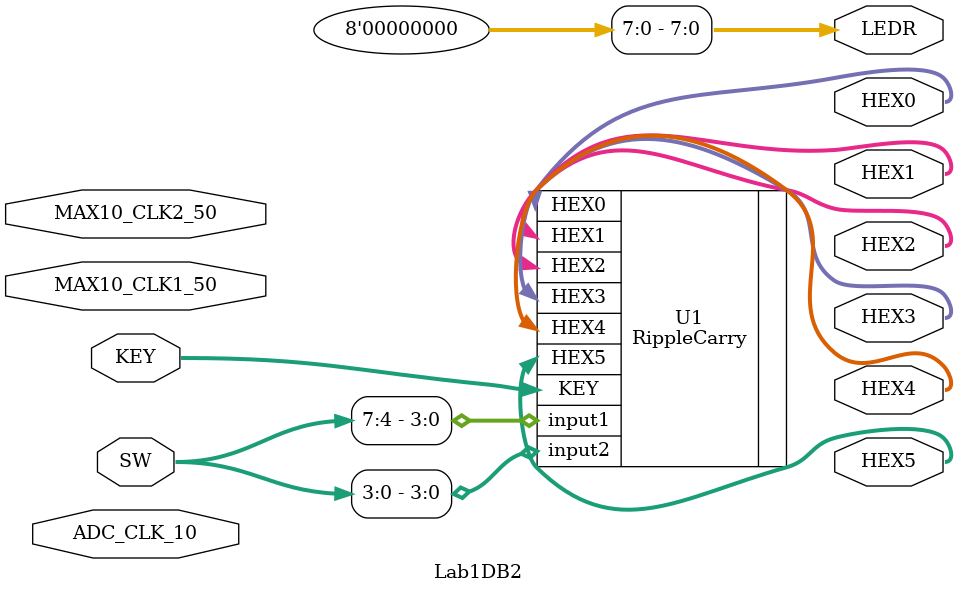
<source format=v>
module Lab1DB2(

    //////////// CLOCK //////////
	input						ADC_CLK_10,
	input						MAX10_CLK1_50,
	input						MAX10_CLK2_50,
	
	//////////// SEG7 //////////
    output           [7:0]      HEX0,
    output           [7:0]      HEX1,
    output           [7:0]      HEX2,
    output           [7:0]      HEX3,
    output           [7:0]      HEX4,
    output           [7:0]      HEX5,

    //////////// KEY //////////
    input            [1:0]      KEY,

    //////////// LED //////////
    output           [9:0]      LEDR,

    //////////// SW //////////
    input            [7:0]      SW

);

	assign LEDR[7:0] = 8'b0;
	
	RippleCarry U1(.HEX0(HEX0), .HEX1(HEX1), .HEX2(HEX2), .HEX3(HEX3), .HEX4(HEX4), .HEX5(HEX5), .KEY(KEY), .input1(SW[7:4]), .input2(SW[3:0]));

endmodule

</source>
